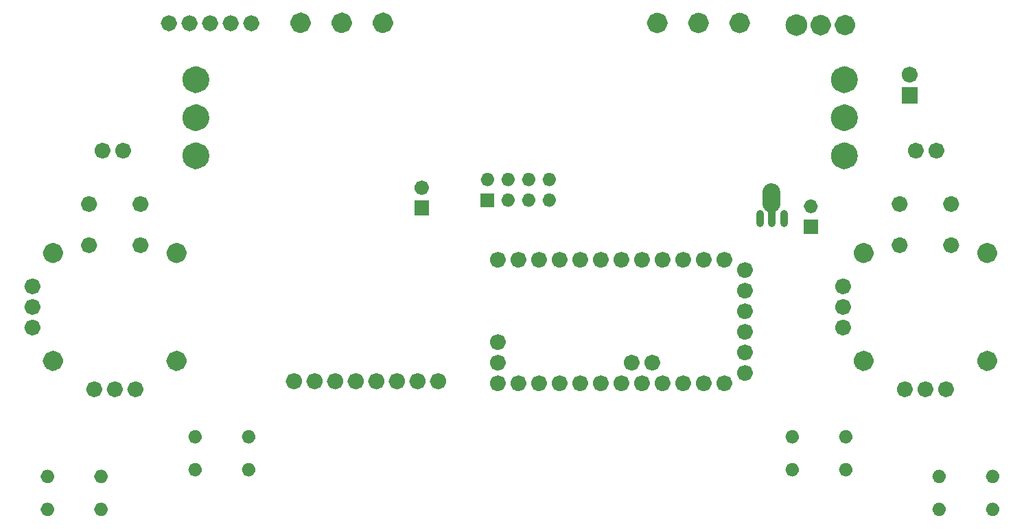
<source format=gbr>
%TF.GenerationSoftware,KiCad,Pcbnew,9.0.2*%
%TF.CreationDate,2025-06-02T23:35:36+05:30*%
%TF.ProjectId,RemoteV2,52656d6f-7465-4563-922e-6b696361645f,rev?*%
%TF.SameCoordinates,Original*%
%TF.FileFunction,Soldermask,Top*%
%TF.FilePolarity,Negative*%
%FSLAX46Y46*%
G04 Gerber Fmt 4.6, Leading zero omitted, Abs format (unit mm)*
G04 Created by KiCad (PCBNEW 9.0.2) date 2025-06-02 23:35:36*
%MOMM*%
%LPD*%
G01*
G04 APERTURE LIST*
%ADD10C,0.850900*%
%ADD11C,1.001600*%
%ADD12C,0.990600*%
%ADD13C,0.863600*%
%ADD14C,0.000000*%
%ADD15C,1.301600*%
%ADD16C,1.041400*%
%ADD17C,1.244600*%
%ADD18C,0.903200*%
%ADD19C,1.651590*%
%ADD20C,2.203200*%
%ADD21C,1.351600*%
%ADD22C,0.901600*%
%ADD23C,0.886600*%
G04 APERTURE END LIST*
D10*
X144381450Y-99797000D02*
G75*
G02*
X143530550Y-99797000I-425450J0D01*
G01*
X143530550Y-99797000D02*
G75*
G02*
X144381450Y-99797000I425450J0D01*
G01*
D11*
X188906800Y-86859000D02*
G75*
G02*
X187905200Y-86859000I-500800J0D01*
G01*
X187905200Y-86859000D02*
G75*
G02*
X188906800Y-86859000I500800J0D01*
G01*
D12*
X168581300Y-118599000D02*
G75*
G02*
X167590700Y-118599000I-495300J0D01*
G01*
X167590700Y-118599000D02*
G75*
G02*
X168581300Y-118599000I495300J0D01*
G01*
X166041300Y-109709000D02*
G75*
G02*
X165050700Y-109709000I-495300J0D01*
G01*
X165050700Y-109709000D02*
G75*
G02*
X166041300Y-109709000I495300J0D01*
G01*
X192203300Y-96241000D02*
G75*
G02*
X191212700Y-96241000I-495300J0D01*
G01*
X191212700Y-96241000D02*
G75*
G02*
X192203300Y-96241000I495300J0D01*
G01*
D13*
X107303800Y-131547000D02*
G75*
G02*
X106440200Y-131547000I-431800J0D01*
G01*
X106440200Y-131547000D02*
G75*
G02*
X107303800Y-131547000I431800J0D01*
G01*
D12*
X154611300Y-122403000D02*
G75*
G02*
X153620700Y-122403000I-495300J0D01*
G01*
X153620700Y-122403000D02*
G75*
G02*
X154611300Y-122403000I495300J0D01*
G01*
D14*
G36*
X177100000Y-106526000D02*
G01*
X175327000Y-106526000D01*
X175327000Y-104753000D01*
X177100000Y-104753000D01*
X177100000Y-106526000D01*
G37*
D15*
X181085800Y-80742000D02*
G75*
G02*
X179784200Y-80742000I-650800J0D01*
G01*
X179784200Y-80742000D02*
G75*
G02*
X181085800Y-80742000I650800J0D01*
G01*
D16*
X115520700Y-124689000D02*
G75*
G02*
X114479300Y-124689000I-520700J0D01*
G01*
X114479300Y-124689000D02*
G75*
G02*
X115520700Y-124689000I520700J0D01*
G01*
D12*
X166041300Y-124949000D02*
G75*
G02*
X165050700Y-124949000I-495300J0D01*
G01*
X165050700Y-124949000D02*
G75*
G02*
X166041300Y-124949000I495300J0D01*
G01*
X140641300Y-124949000D02*
G75*
G02*
X139650700Y-124949000I-495300J0D01*
G01*
X139650700Y-124949000D02*
G75*
G02*
X140641300Y-124949000I495300J0D01*
G01*
D17*
X183353300Y-108869000D02*
G75*
G02*
X182108700Y-108869000I-622300J0D01*
G01*
X182108700Y-108869000D02*
G75*
G02*
X183353300Y-108869000I622300J0D01*
G01*
D12*
X150801300Y-124949000D02*
G75*
G02*
X149810700Y-124949000I-495300J0D01*
G01*
X149810700Y-124949000D02*
G75*
G02*
X150801300Y-124949000I495300J0D01*
G01*
D18*
X172889000Y-105183000D02*
X172889000Y-103983000D01*
D12*
X138101300Y-109709000D02*
G75*
G02*
X137110700Y-109709000I-495300J0D01*
G01*
X137110700Y-109709000D02*
G75*
G02*
X138101300Y-109709000I495300J0D01*
G01*
D13*
X199084800Y-140505000D02*
G75*
G02*
X198221200Y-140505000I-431800J0D01*
G01*
X198221200Y-140505000D02*
G75*
G02*
X199084800Y-140505000I431800J0D01*
G01*
D12*
X189663300Y-96241000D02*
G75*
G02*
X188672700Y-96241000I-495300J0D01*
G01*
X188672700Y-96241000D02*
G75*
G02*
X189663300Y-96241000I495300J0D01*
G01*
X148261300Y-109709000D02*
G75*
G02*
X147270700Y-109709000I-495300J0D01*
G01*
X147270700Y-109709000D02*
G75*
G02*
X148261300Y-109709000I495300J0D01*
G01*
D15*
X178086800Y-80742000D02*
G75*
G02*
X176785200Y-80742000I-650800J0D01*
G01*
X176785200Y-80742000D02*
G75*
G02*
X178086800Y-80742000I650800J0D01*
G01*
X119001800Y-80473000D02*
G75*
G02*
X117700200Y-80473000I-650800J0D01*
G01*
X117700200Y-80473000D02*
G75*
G02*
X119001800Y-80473000I650800J0D01*
G01*
D12*
X145721300Y-124949000D02*
G75*
G02*
X144730700Y-124949000I-495300J0D01*
G01*
X144730700Y-124949000D02*
G75*
G02*
X145721300Y-124949000I495300J0D01*
G01*
X87671300Y-107904000D02*
G75*
G02*
X86680700Y-107904000I-495300J0D01*
G01*
X86680700Y-107904000D02*
G75*
G02*
X87671300Y-107904000I495300J0D01*
G01*
D13*
X174359800Y-135611000D02*
G75*
G02*
X173496200Y-135611000I-431800J0D01*
G01*
X173496200Y-135611000D02*
G75*
G02*
X174359800Y-135611000I431800J0D01*
G01*
D12*
X187671300Y-107904000D02*
G75*
G02*
X186680700Y-107904000I-495300J0D01*
G01*
X186680700Y-107904000D02*
G75*
G02*
X187671300Y-107904000I495300J0D01*
G01*
D13*
X82480800Y-136441000D02*
G75*
G02*
X81617200Y-136441000I-431800J0D01*
G01*
X81617200Y-136441000D02*
G75*
G02*
X82480800Y-136441000I431800J0D01*
G01*
D12*
X94021300Y-107904000D02*
G75*
G02*
X93030700Y-107904000I-495300J0D01*
G01*
X93030700Y-107904000D02*
G75*
G02*
X94021300Y-107904000I495300J0D01*
G01*
D19*
X181176795Y-87473000D02*
G75*
G02*
X179525205Y-87473000I-825795J0D01*
G01*
X179525205Y-87473000D02*
G75*
G02*
X181176795Y-87473000I825795J0D01*
G01*
D13*
X100699800Y-131547000D02*
G75*
G02*
X99836200Y-131547000I-431800J0D01*
G01*
X99836200Y-131547000D02*
G75*
G02*
X100699800Y-131547000I431800J0D01*
G01*
D12*
X80686300Y-118064000D02*
G75*
G02*
X79695700Y-118064000I-495300J0D01*
G01*
X79695700Y-118064000D02*
G75*
G02*
X80686300Y-118064000I495300J0D01*
G01*
X153341300Y-124949000D02*
G75*
G02*
X152350700Y-124949000I-495300J0D01*
G01*
X152350700Y-124949000D02*
G75*
G02*
X153341300Y-124949000I495300J0D01*
G01*
D14*
G36*
X137186000Y-103188000D02*
G01*
X135485000Y-103188000D01*
X135485000Y-101487000D01*
X137186000Y-101487000D01*
X137186000Y-103188000D01*
G37*
D12*
X145721300Y-109709000D02*
G75*
G02*
X144730700Y-109709000I-495300J0D01*
G01*
X144730700Y-109709000D02*
G75*
G02*
X145721300Y-109709000I495300J0D01*
G01*
X138101300Y-124949000D02*
G75*
G02*
X137110700Y-124949000I-495300J0D01*
G01*
X137110700Y-124949000D02*
G75*
G02*
X138101300Y-124949000I495300J0D01*
G01*
X105152300Y-80519000D02*
G75*
G02*
X104161700Y-80519000I-495300J0D01*
G01*
X104161700Y-80519000D02*
G75*
G02*
X105152300Y-80519000I495300J0D01*
G01*
D10*
X144381450Y-102337000D02*
G75*
G02*
X143530550Y-102337000I-425450J0D01*
G01*
X143530550Y-102337000D02*
G75*
G02*
X144381450Y-102337000I425450J0D01*
G01*
D17*
X83353300Y-122179000D02*
G75*
G02*
X82108700Y-122179000I-622300J0D01*
G01*
X82108700Y-122179000D02*
G75*
G02*
X83353300Y-122179000I622300J0D01*
G01*
D13*
X199084800Y-136441000D02*
G75*
G02*
X198221200Y-136441000I-431800J0D01*
G01*
X198221200Y-136441000D02*
G75*
G02*
X199084800Y-136441000I431800J0D01*
G01*
D12*
X107692300Y-80519000D02*
G75*
G02*
X106701700Y-80519000I-495300J0D01*
G01*
X106701700Y-80519000D02*
G75*
G02*
X107692300Y-80519000I495300J0D01*
G01*
D10*
X141841450Y-99797000D02*
G75*
G02*
X140990550Y-99797000I-425450J0D01*
G01*
X140990550Y-99797000D02*
G75*
G02*
X141841450Y-99797000I425450J0D01*
G01*
D12*
X155881300Y-109709000D02*
G75*
G02*
X154890700Y-109709000I-495300J0D01*
G01*
X154890700Y-109709000D02*
G75*
G02*
X155881300Y-109709000I495300J0D01*
G01*
X148261300Y-124949000D02*
G75*
G02*
X147270700Y-124949000I-495300J0D01*
G01*
X147270700Y-124949000D02*
G75*
G02*
X148261300Y-124949000I495300J0D01*
G01*
D10*
X139301450Y-102337000D02*
G75*
G02*
X138450550Y-102337000I-425450J0D01*
G01*
X138450550Y-102337000D02*
G75*
G02*
X139301450Y-102337000I425450J0D01*
G01*
D19*
X101176795Y-92172000D02*
G75*
G02*
X99525205Y-92172000I-825795J0D01*
G01*
X99525205Y-92172000D02*
G75*
G02*
X101176795Y-92172000I825795J0D01*
G01*
D12*
X168581300Y-110979000D02*
G75*
G02*
X167590700Y-110979000I-495300J0D01*
G01*
X167590700Y-110979000D02*
G75*
G02*
X168581300Y-110979000I495300J0D01*
G01*
X100072300Y-80519000D02*
G75*
G02*
X99081700Y-80519000I-495300J0D01*
G01*
X99081700Y-80519000D02*
G75*
G02*
X100072300Y-80519000I495300J0D01*
G01*
D13*
X174359800Y-131547000D02*
G75*
G02*
X173496200Y-131547000I-431800J0D01*
G01*
X173496200Y-131547000D02*
G75*
G02*
X174359800Y-131547000I431800J0D01*
G01*
D14*
G36*
X129109000Y-104215000D02*
G01*
X127306000Y-104215000D01*
X127306000Y-102411000D01*
X129109000Y-102411000D01*
X129109000Y-104215000D01*
G37*
D12*
X180686300Y-112984000D02*
G75*
G02*
X179695700Y-112984000I-495300J0D01*
G01*
X179695700Y-112984000D02*
G75*
G02*
X180686300Y-112984000I495300J0D01*
G01*
X158421300Y-124949000D02*
G75*
G02*
X157430700Y-124949000I-495300J0D01*
G01*
X157430700Y-124949000D02*
G75*
G02*
X158421300Y-124949000I495300J0D01*
G01*
X194021300Y-102824000D02*
G75*
G02*
X193030700Y-102824000I-495300J0D01*
G01*
X193030700Y-102824000D02*
G75*
G02*
X194021300Y-102824000I495300J0D01*
G01*
D19*
X181176795Y-96871000D02*
G75*
G02*
X179525205Y-96871000I-825795J0D01*
G01*
X179525205Y-96871000D02*
G75*
G02*
X181176795Y-96871000I825795J0D01*
G01*
D16*
X112980700Y-124689000D02*
G75*
G02*
X111939300Y-124689000I-520700J0D01*
G01*
X111939300Y-124689000D02*
G75*
G02*
X112980700Y-124689000I520700J0D01*
G01*
D12*
X88306300Y-125684000D02*
G75*
G02*
X87315700Y-125684000I-495300J0D01*
G01*
X87315700Y-125684000D02*
G75*
G02*
X88306300Y-125684000I495300J0D01*
G01*
D20*
X171388000Y-102834000D02*
X171388000Y-101334000D01*
D16*
X120600700Y-124689000D02*
G75*
G02*
X119559300Y-124689000I-520700J0D01*
G01*
X119559300Y-124689000D02*
G75*
G02*
X120600700Y-124689000I520700J0D01*
G01*
D17*
X198593300Y-122179000D02*
G75*
G02*
X197348700Y-122179000I-622300J0D01*
G01*
X197348700Y-122179000D02*
G75*
G02*
X198593300Y-122179000I622300J0D01*
G01*
D12*
X91873300Y-96241000D02*
G75*
G02*
X90882700Y-96241000I-495300J0D01*
G01*
X90882700Y-96241000D02*
G75*
G02*
X91873300Y-96241000I495300J0D01*
G01*
X163501300Y-109709000D02*
G75*
G02*
X162510700Y-109709000I-495300J0D01*
G01*
X162510700Y-109709000D02*
G75*
G02*
X163501300Y-109709000I495300J0D01*
G01*
X187671300Y-102824000D02*
G75*
G02*
X186680700Y-102824000I-495300J0D01*
G01*
X186680700Y-102824000D02*
G75*
G02*
X187671300Y-102824000I495300J0D01*
G01*
D21*
X175111800Y-80742000D02*
G75*
G02*
X173760200Y-80742000I-675800J0D01*
G01*
X173760200Y-80742000D02*
G75*
G02*
X175111800Y-80742000I675800J0D01*
G01*
D12*
X138101300Y-122409000D02*
G75*
G02*
X137110700Y-122409000I-495300J0D01*
G01*
X137110700Y-122409000D02*
G75*
G02*
X138101300Y-122409000I495300J0D01*
G01*
X168581300Y-123679000D02*
G75*
G02*
X167590700Y-123679000I-495300J0D01*
G01*
X167590700Y-123679000D02*
G75*
G02*
X168581300Y-123679000I495300J0D01*
G01*
D15*
X157921800Y-80473000D02*
G75*
G02*
X156620200Y-80473000I-650800J0D01*
G01*
X156620200Y-80473000D02*
G75*
G02*
X157921800Y-80473000I650800J0D01*
G01*
D12*
X89333300Y-96241000D02*
G75*
G02*
X88342700Y-96241000I-495300J0D01*
G01*
X88342700Y-96241000D02*
G75*
G02*
X89333300Y-96241000I495300J0D01*
G01*
X143181300Y-124949000D02*
G75*
G02*
X142190700Y-124949000I-495300J0D01*
G01*
X142190700Y-124949000D02*
G75*
G02*
X143181300Y-124949000I495300J0D01*
G01*
D18*
X171388000Y-105184000D02*
X171388000Y-103784000D01*
D19*
X101176795Y-87473000D02*
G75*
G02*
X99525205Y-87473000I-825795J0D01*
G01*
X99525205Y-87473000D02*
G75*
G02*
X101176795Y-87473000I825795J0D01*
G01*
D12*
X163501300Y-124949000D02*
G75*
G02*
X162510700Y-124949000I-495300J0D01*
G01*
X162510700Y-124949000D02*
G75*
G02*
X163501300Y-124949000I495300J0D01*
G01*
X102612300Y-80519000D02*
G75*
G02*
X101621700Y-80519000I-495300J0D01*
G01*
X101621700Y-80519000D02*
G75*
G02*
X102612300Y-80519000I495300J0D01*
G01*
D13*
X89084800Y-136441000D02*
G75*
G02*
X88221200Y-136441000I-431800J0D01*
G01*
X88221200Y-136441000D02*
G75*
G02*
X89084800Y-136441000I431800J0D01*
G01*
D16*
X123140700Y-124689000D02*
G75*
G02*
X122099300Y-124689000I-520700J0D01*
G01*
X122099300Y-124689000D02*
G75*
G02*
X123140700Y-124689000I520700J0D01*
G01*
D15*
X163001800Y-80473000D02*
G75*
G02*
X161700200Y-80473000I-650800J0D01*
G01*
X161700200Y-80473000D02*
G75*
G02*
X163001800Y-80473000I650800J0D01*
G01*
D13*
X82480800Y-140505000D02*
G75*
G02*
X81617200Y-140505000I-431800J0D01*
G01*
X81617200Y-140505000D02*
G75*
G02*
X82480800Y-140505000I431800J0D01*
G01*
D12*
X150801300Y-109709000D02*
G75*
G02*
X149810700Y-109709000I-495300J0D01*
G01*
X149810700Y-109709000D02*
G75*
G02*
X150801300Y-109709000I495300J0D01*
G01*
X160961300Y-109709000D02*
G75*
G02*
X159970700Y-109709000I-495300J0D01*
G01*
X159970700Y-109709000D02*
G75*
G02*
X160961300Y-109709000I495300J0D01*
G01*
X168581300Y-121139000D02*
G75*
G02*
X167590700Y-121139000I-495300J0D01*
G01*
X167590700Y-121139000D02*
G75*
G02*
X168581300Y-121139000I495300J0D01*
G01*
X194021300Y-107904000D02*
G75*
G02*
X193030700Y-107904000I-495300J0D01*
G01*
X193030700Y-107904000D02*
G75*
G02*
X194021300Y-107904000I495300J0D01*
G01*
X188306300Y-125684000D02*
G75*
G02*
X187315700Y-125684000I-495300J0D01*
G01*
X187315700Y-125684000D02*
G75*
G02*
X188306300Y-125684000I495300J0D01*
G01*
D13*
X100699800Y-135611000D02*
G75*
G02*
X99836200Y-135611000I-431800J0D01*
G01*
X99836200Y-135611000D02*
G75*
G02*
X100699800Y-135611000I431800J0D01*
G01*
D17*
X183353300Y-122179000D02*
G75*
G02*
X182108700Y-122179000I-622300J0D01*
G01*
X182108700Y-122179000D02*
G75*
G02*
X183353300Y-122179000I622300J0D01*
G01*
D18*
X169886000Y-105183000D02*
X169886000Y-103983000D01*
D13*
X180963800Y-135611000D02*
G75*
G02*
X180100200Y-135611000I-431800J0D01*
G01*
X180100200Y-135611000D02*
G75*
G02*
X180963800Y-135611000I431800J0D01*
G01*
D19*
X101176795Y-96871000D02*
G75*
G02*
X99525205Y-96871000I-825795J0D01*
G01*
X99525205Y-96871000D02*
G75*
G02*
X101176795Y-96871000I825795J0D01*
G01*
X181176795Y-92172000D02*
G75*
G02*
X179525205Y-92172000I-825795J0D01*
G01*
X179525205Y-92172000D02*
G75*
G02*
X181176795Y-92172000I825795J0D01*
G01*
D16*
X125680700Y-124689000D02*
G75*
G02*
X124639300Y-124689000I-520700J0D01*
G01*
X124639300Y-124689000D02*
G75*
G02*
X125680700Y-124689000I520700J0D01*
G01*
D13*
X180963800Y-131547000D02*
G75*
G02*
X180100200Y-131547000I-431800J0D01*
G01*
X180100200Y-131547000D02*
G75*
G02*
X180963800Y-131547000I431800J0D01*
G01*
D12*
X140641300Y-109709000D02*
G75*
G02*
X139650700Y-109709000I-495300J0D01*
G01*
X139650700Y-109709000D02*
G75*
G02*
X140641300Y-109709000I495300J0D01*
G01*
D22*
X128658800Y-100813000D02*
G75*
G02*
X127757200Y-100813000I-450800J0D01*
G01*
X127757200Y-100813000D02*
G75*
G02*
X128658800Y-100813000I450800J0D01*
G01*
D12*
X190846300Y-125684000D02*
G75*
G02*
X189855700Y-125684000I-495300J0D01*
G01*
X189855700Y-125684000D02*
G75*
G02*
X190846300Y-125684000I495300J0D01*
G01*
X143181300Y-109709000D02*
G75*
G02*
X142190700Y-109709000I-495300J0D01*
G01*
X142190700Y-109709000D02*
G75*
G02*
X143181300Y-109709000I495300J0D01*
G01*
X168581300Y-116059000D02*
G75*
G02*
X167590700Y-116059000I-495300J0D01*
G01*
X167590700Y-116059000D02*
G75*
G02*
X168581300Y-116059000I495300J0D01*
G01*
X93386300Y-125684000D02*
G75*
G02*
X92395700Y-125684000I-495300J0D01*
G01*
X92395700Y-125684000D02*
G75*
G02*
X93386300Y-125684000I495300J0D01*
G01*
D17*
X198593300Y-108869000D02*
G75*
G02*
X197348700Y-108869000I-622300J0D01*
G01*
X197348700Y-108869000D02*
G75*
G02*
X198593300Y-108869000I622300J0D01*
G01*
D12*
X157151300Y-122403000D02*
G75*
G02*
X156160700Y-122403000I-495300J0D01*
G01*
X156160700Y-122403000D02*
G75*
G02*
X157151300Y-122403000I495300J0D01*
G01*
D13*
X192480800Y-136441000D02*
G75*
G02*
X191617200Y-136441000I-431800J0D01*
G01*
X191617200Y-136441000D02*
G75*
G02*
X192480800Y-136441000I431800J0D01*
G01*
D17*
X98593300Y-108869000D02*
G75*
G02*
X97348700Y-108869000I-622300J0D01*
G01*
X97348700Y-108869000D02*
G75*
G02*
X98593300Y-108869000I622300J0D01*
G01*
X83353300Y-108869000D02*
G75*
G02*
X82108700Y-108869000I-622300J0D01*
G01*
X82108700Y-108869000D02*
G75*
G02*
X83353300Y-108869000I622300J0D01*
G01*
D12*
X80686300Y-112984000D02*
G75*
G02*
X79695700Y-112984000I-495300J0D01*
G01*
X79695700Y-112984000D02*
G75*
G02*
X80686300Y-112984000I495300J0D01*
G01*
X168581300Y-113519000D02*
G75*
G02*
X167590700Y-113519000I-495300J0D01*
G01*
X167590700Y-113519000D02*
G75*
G02*
X168581300Y-113519000I495300J0D01*
G01*
D13*
X107303800Y-135611000D02*
G75*
G02*
X106440200Y-135611000I-431800J0D01*
G01*
X106440200Y-135611000D02*
G75*
G02*
X107303800Y-135611000I431800J0D01*
G01*
D16*
X130760700Y-124689000D02*
G75*
G02*
X129719300Y-124689000I-520700J0D01*
G01*
X129719300Y-124689000D02*
G75*
G02*
X130760700Y-124689000I520700J0D01*
G01*
D12*
X138101300Y-119869000D02*
G75*
G02*
X137110700Y-119869000I-495300J0D01*
G01*
X137110700Y-119869000D02*
G75*
G02*
X138101300Y-119869000I495300J0D01*
G01*
D10*
X136761450Y-99797000D02*
G75*
G02*
X135910550Y-99797000I-425450J0D01*
G01*
X135910550Y-99797000D02*
G75*
G02*
X136761450Y-99797000I425450J0D01*
G01*
D23*
X176657300Y-103099000D02*
G75*
G02*
X175770700Y-103099000I-443300J0D01*
G01*
X175770700Y-103099000D02*
G75*
G02*
X176657300Y-103099000I443300J0D01*
G01*
D15*
X124081800Y-80473000D02*
G75*
G02*
X122780200Y-80473000I-650800J0D01*
G01*
X122780200Y-80473000D02*
G75*
G02*
X124081800Y-80473000I650800J0D01*
G01*
D12*
X193386300Y-125684000D02*
G75*
G02*
X192395700Y-125684000I-495300J0D01*
G01*
X192395700Y-125684000D02*
G75*
G02*
X193386300Y-125684000I495300J0D01*
G01*
D10*
X139301450Y-99797000D02*
G75*
G02*
X138450550Y-99797000I-425450J0D01*
G01*
X138450550Y-99797000D02*
G75*
G02*
X139301450Y-99797000I425450J0D01*
G01*
D12*
X155881300Y-124949000D02*
G75*
G02*
X154890700Y-124949000I-495300J0D01*
G01*
X154890700Y-124949000D02*
G75*
G02*
X155881300Y-124949000I495300J0D01*
G01*
X80686300Y-115524000D02*
G75*
G02*
X79695700Y-115524000I-495300J0D01*
G01*
X79695700Y-115524000D02*
G75*
G02*
X80686300Y-115524000I495300J0D01*
G01*
D13*
X89084800Y-140505000D02*
G75*
G02*
X88221200Y-140505000I-431800J0D01*
G01*
X88221200Y-140505000D02*
G75*
G02*
X89084800Y-140505000I431800J0D01*
G01*
D17*
X98593300Y-122179000D02*
G75*
G02*
X97348700Y-122179000I-622300J0D01*
G01*
X97348700Y-122179000D02*
G75*
G02*
X98593300Y-122179000I622300J0D01*
G01*
D12*
X94021300Y-102824000D02*
G75*
G02*
X93030700Y-102824000I-495300J0D01*
G01*
X93030700Y-102824000D02*
G75*
G02*
X94021300Y-102824000I495300J0D01*
G01*
X97532300Y-80519000D02*
G75*
G02*
X96541700Y-80519000I-495300J0D01*
G01*
X96541700Y-80519000D02*
G75*
G02*
X97532300Y-80519000I495300J0D01*
G01*
D10*
X141841450Y-102337000D02*
G75*
G02*
X140990550Y-102337000I-425450J0D01*
G01*
X140990550Y-102337000D02*
G75*
G02*
X141841450Y-102337000I425450J0D01*
G01*
D16*
X128220700Y-124689000D02*
G75*
G02*
X127179300Y-124689000I-520700J0D01*
G01*
X127179300Y-124689000D02*
G75*
G02*
X128220700Y-124689000I520700J0D01*
G01*
D12*
X87671300Y-102824000D02*
G75*
G02*
X86680700Y-102824000I-495300J0D01*
G01*
X86680700Y-102824000D02*
G75*
G02*
X87671300Y-102824000I495300J0D01*
G01*
X153341300Y-109709000D02*
G75*
G02*
X152350700Y-109709000I-495300J0D01*
G01*
X152350700Y-109709000D02*
G75*
G02*
X153341300Y-109709000I495300J0D01*
G01*
X158421300Y-109709000D02*
G75*
G02*
X157430700Y-109709000I-495300J0D01*
G01*
X157430700Y-109709000D02*
G75*
G02*
X158421300Y-109709000I495300J0D01*
G01*
D13*
X192480800Y-140505000D02*
G75*
G02*
X191617200Y-140505000I-431800J0D01*
G01*
X191617200Y-140505000D02*
G75*
G02*
X192480800Y-140505000I431800J0D01*
G01*
D14*
G36*
X189406000Y-90399000D02*
G01*
X187405000Y-90399000D01*
X187405000Y-88398000D01*
X189406000Y-88398000D01*
X189406000Y-90399000D01*
G37*
D16*
X118060700Y-124689000D02*
G75*
G02*
X117019300Y-124689000I-520700J0D01*
G01*
X117019300Y-124689000D02*
G75*
G02*
X118060700Y-124689000I520700J0D01*
G01*
D12*
X180686300Y-118064000D02*
G75*
G02*
X179695700Y-118064000I-495300J0D01*
G01*
X179695700Y-118064000D02*
G75*
G02*
X180686300Y-118064000I495300J0D01*
G01*
D15*
X168081800Y-80473000D02*
G75*
G02*
X166780200Y-80473000I-650800J0D01*
G01*
X166780200Y-80473000D02*
G75*
G02*
X168081800Y-80473000I650800J0D01*
G01*
D12*
X180686300Y-115524000D02*
G75*
G02*
X179695700Y-115524000I-495300J0D01*
G01*
X179695700Y-115524000D02*
G75*
G02*
X180686300Y-115524000I495300J0D01*
G01*
X90846300Y-125684000D02*
G75*
G02*
X89855700Y-125684000I-495300J0D01*
G01*
X89855700Y-125684000D02*
G75*
G02*
X90846300Y-125684000I495300J0D01*
G01*
X160961300Y-124949000D02*
G75*
G02*
X159970700Y-124949000I-495300J0D01*
G01*
X159970700Y-124949000D02*
G75*
G02*
X160961300Y-124949000I495300J0D01*
G01*
D15*
X113921800Y-80473000D02*
G75*
G02*
X112620200Y-80473000I-650800J0D01*
G01*
X112620200Y-80473000D02*
G75*
G02*
X113921800Y-80473000I650800J0D01*
G01*
M02*

</source>
